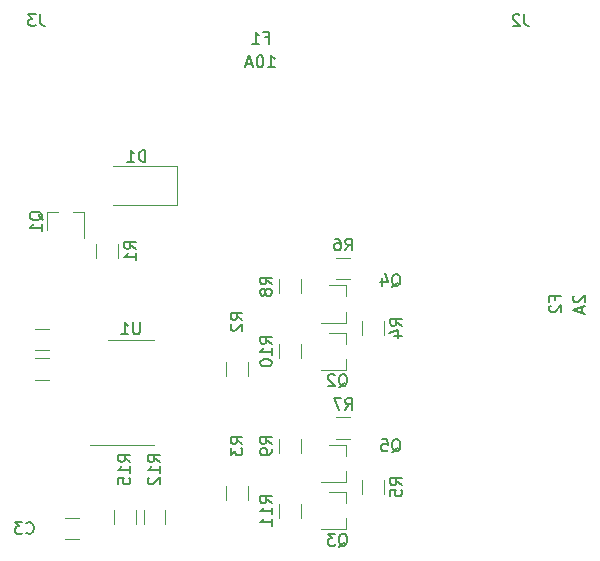
<source format=gbr>
%TF.GenerationSoftware,KiCad,Pcbnew,(5.1.6)-1*%
%TF.CreationDate,2020-09-02T13:58:16+09:00*%
%TF.ProjectId,attiny1614_accsupervisor,61747469-6e79-4313-9631-345f61636373,r01*%
%TF.SameCoordinates,Original*%
%TF.FileFunction,Legend,Bot*%
%TF.FilePolarity,Positive*%
%FSLAX46Y46*%
G04 Gerber Fmt 4.6, Leading zero omitted, Abs format (unit mm)*
G04 Created by KiCad (PCBNEW (5.1.6)-1) date 2020-09-02 13:58:16*
%MOMM*%
%LPD*%
G01*
G04 APERTURE LIST*
%ADD10C,0.120000*%
%ADD11C,0.150000*%
G04 APERTURE END LIST*
D10*
%TO.C,C3*%
X200602064Y-93910000D02*
X199397936Y-93910000D01*
X200602064Y-92090000D02*
X199397936Y-92090000D01*
%TO.C,D1*%
X208900000Y-62350000D02*
X203500000Y-62350000D01*
X208900000Y-65650000D02*
X203500000Y-65650000D01*
X208900000Y-62350000D02*
X208900000Y-65650000D01*
%TO.C,Q1*%
X197920000Y-66240000D02*
X197920000Y-67700000D01*
X201080000Y-66240000D02*
X201080000Y-68400000D01*
X201080000Y-66240000D02*
X200150000Y-66240000D01*
X197920000Y-66240000D02*
X198850000Y-66240000D01*
%TO.C,Q2*%
X223260000Y-76420000D02*
X223260000Y-77350000D01*
X223260000Y-79580000D02*
X223260000Y-78650000D01*
X223260000Y-79580000D02*
X221100000Y-79580000D01*
X223260000Y-76420000D02*
X221800000Y-76420000D01*
%TO.C,Q3*%
X223260000Y-89920000D02*
X221800000Y-89920000D01*
X223260000Y-93080000D02*
X221100000Y-93080000D01*
X223260000Y-93080000D02*
X223260000Y-92150000D01*
X223260000Y-89920000D02*
X223260000Y-90850000D01*
%TO.C,Q4*%
X223260000Y-72420000D02*
X221800000Y-72420000D01*
X223260000Y-75580000D02*
X221100000Y-75580000D01*
X223260000Y-75580000D02*
X223260000Y-74650000D01*
X223260000Y-72420000D02*
X223260000Y-73350000D01*
%TO.C,Q5*%
X223260000Y-85920000D02*
X223260000Y-86850000D01*
X223260000Y-89080000D02*
X223260000Y-88150000D01*
X223260000Y-89080000D02*
X221100000Y-89080000D01*
X223260000Y-85920000D02*
X221800000Y-85920000D01*
%TO.C,R1*%
X203910000Y-68897936D02*
X203910000Y-70102064D01*
X202090000Y-68897936D02*
X202090000Y-70102064D01*
%TO.C,R2*%
X213090000Y-78897936D02*
X213090000Y-80102064D01*
X214910000Y-78897936D02*
X214910000Y-80102064D01*
%TO.C,R3*%
X213090000Y-90602064D02*
X213090000Y-89397936D01*
X214910000Y-90602064D02*
X214910000Y-89397936D01*
%TO.C,R4*%
X224590000Y-76602064D02*
X224590000Y-75397936D01*
X226410000Y-76602064D02*
X226410000Y-75397936D01*
%TO.C,R5*%
X226410000Y-90102064D02*
X226410000Y-88897936D01*
X224590000Y-90102064D02*
X224590000Y-88897936D01*
%TO.C,R6*%
X222397936Y-70090000D02*
X223602064Y-70090000D01*
X222397936Y-71910000D02*
X223602064Y-71910000D01*
%TO.C,R7*%
X222397936Y-85410000D02*
X223602064Y-85410000D01*
X222397936Y-83590000D02*
X223602064Y-83590000D01*
%TO.C,R8*%
X217590000Y-73102064D02*
X217590000Y-71897936D01*
X219410000Y-73102064D02*
X219410000Y-71897936D01*
%TO.C,R9*%
X219410000Y-86602064D02*
X219410000Y-85397936D01*
X217590000Y-86602064D02*
X217590000Y-85397936D01*
%TO.C,R10*%
X219410000Y-78602064D02*
X219410000Y-77397936D01*
X217590000Y-78602064D02*
X217590000Y-77397936D01*
%TO.C,R11*%
X217590000Y-92102064D02*
X217590000Y-90897936D01*
X219410000Y-92102064D02*
X219410000Y-90897936D01*
%TO.C,R12*%
X206090000Y-92602064D02*
X206090000Y-91397936D01*
X207910000Y-92602064D02*
X207910000Y-91397936D01*
%TO.C,R13*%
X196897936Y-77910000D02*
X198102064Y-77910000D01*
X196897936Y-76090000D02*
X198102064Y-76090000D01*
%TO.C,R14*%
X196897936Y-78590000D02*
X198102064Y-78590000D01*
X196897936Y-80410000D02*
X198102064Y-80410000D01*
%TO.C,R15*%
X205410000Y-92602064D02*
X205410000Y-91397936D01*
X203590000Y-92602064D02*
X203590000Y-91397936D01*
%TO.C,U1*%
X205000000Y-85935000D02*
X201550000Y-85935000D01*
X205000000Y-85935000D02*
X206950000Y-85935000D01*
X205000000Y-77065000D02*
X203050000Y-77065000D01*
X205000000Y-77065000D02*
X206950000Y-77065000D01*
%TO.C,C3*%
D11*
X196166666Y-93357142D02*
X196214285Y-93404761D01*
X196357142Y-93452380D01*
X196452380Y-93452380D01*
X196595238Y-93404761D01*
X196690476Y-93309523D01*
X196738095Y-93214285D01*
X196785714Y-93023809D01*
X196785714Y-92880952D01*
X196738095Y-92690476D01*
X196690476Y-92595238D01*
X196595238Y-92500000D01*
X196452380Y-92452380D01*
X196357142Y-92452380D01*
X196214285Y-92500000D01*
X196166666Y-92547619D01*
X195833333Y-92452380D02*
X195214285Y-92452380D01*
X195547619Y-92833333D01*
X195404761Y-92833333D01*
X195309523Y-92880952D01*
X195261904Y-92928571D01*
X195214285Y-93023809D01*
X195214285Y-93261904D01*
X195261904Y-93357142D01*
X195309523Y-93404761D01*
X195404761Y-93452380D01*
X195690476Y-93452380D01*
X195785714Y-93404761D01*
X195833333Y-93357142D01*
%TO.C,D1*%
X206238095Y-61952380D02*
X206238095Y-60952380D01*
X206000000Y-60952380D01*
X205857142Y-61000000D01*
X205761904Y-61095238D01*
X205714285Y-61190476D01*
X205666666Y-61380952D01*
X205666666Y-61523809D01*
X205714285Y-61714285D01*
X205761904Y-61809523D01*
X205857142Y-61904761D01*
X206000000Y-61952380D01*
X206238095Y-61952380D01*
X204714285Y-61952380D02*
X205285714Y-61952380D01*
X205000000Y-61952380D02*
X205000000Y-60952380D01*
X205095238Y-61095238D01*
X205190476Y-61190476D01*
X205285714Y-61238095D01*
%TO.C,F1*%
X216333333Y-51428571D02*
X216666666Y-51428571D01*
X216666666Y-51952380D02*
X216666666Y-50952380D01*
X216190476Y-50952380D01*
X215285714Y-51952380D02*
X215857142Y-51952380D01*
X215571428Y-51952380D02*
X215571428Y-50952380D01*
X215666666Y-51095238D01*
X215761904Y-51190476D01*
X215857142Y-51238095D01*
X216619047Y-53952380D02*
X217190476Y-53952380D01*
X216904761Y-53952380D02*
X216904761Y-52952380D01*
X217000000Y-53095238D01*
X217095238Y-53190476D01*
X217190476Y-53238095D01*
X216000000Y-52952380D02*
X215904761Y-52952380D01*
X215809523Y-53000000D01*
X215761904Y-53047619D01*
X215714285Y-53142857D01*
X215666666Y-53333333D01*
X215666666Y-53571428D01*
X215714285Y-53761904D01*
X215761904Y-53857142D01*
X215809523Y-53904761D01*
X215904761Y-53952380D01*
X216000000Y-53952380D01*
X216095238Y-53904761D01*
X216142857Y-53857142D01*
X216190476Y-53761904D01*
X216238095Y-53571428D01*
X216238095Y-53333333D01*
X216190476Y-53142857D01*
X216142857Y-53047619D01*
X216095238Y-53000000D01*
X216000000Y-52952380D01*
X215285714Y-53666666D02*
X214809523Y-53666666D01*
X215380952Y-53952380D02*
X215047619Y-52952380D01*
X214714285Y-53952380D01*
%TO.C,F2*%
X240928571Y-73666666D02*
X240928571Y-73333333D01*
X241452380Y-73333333D02*
X240452380Y-73333333D01*
X240452380Y-73809523D01*
X240547619Y-74142857D02*
X240500000Y-74190476D01*
X240452380Y-74285714D01*
X240452380Y-74523809D01*
X240500000Y-74619047D01*
X240547619Y-74666666D01*
X240642857Y-74714285D01*
X240738095Y-74714285D01*
X240880952Y-74666666D01*
X241452380Y-74095238D01*
X241452380Y-74714285D01*
X242547619Y-73285714D02*
X242500000Y-73333333D01*
X242452380Y-73428571D01*
X242452380Y-73666666D01*
X242500000Y-73761904D01*
X242547619Y-73809523D01*
X242642857Y-73857142D01*
X242738095Y-73857142D01*
X242880952Y-73809523D01*
X243452380Y-73238095D01*
X243452380Y-73857142D01*
X243166666Y-74238095D02*
X243166666Y-74714285D01*
X243452380Y-74142857D02*
X242452380Y-74476190D01*
X243452380Y-74809523D01*
%TO.C,J2*%
X238333333Y-49452380D02*
X238333333Y-50166666D01*
X238380952Y-50309523D01*
X238476190Y-50404761D01*
X238619047Y-50452380D01*
X238714285Y-50452380D01*
X237904761Y-49547619D02*
X237857142Y-49500000D01*
X237761904Y-49452380D01*
X237523809Y-49452380D01*
X237428571Y-49500000D01*
X237380952Y-49547619D01*
X237333333Y-49642857D01*
X237333333Y-49738095D01*
X237380952Y-49880952D01*
X237952380Y-50452380D01*
X237333333Y-50452380D01*
%TO.C,J3*%
X197333333Y-49452380D02*
X197333333Y-50166666D01*
X197380952Y-50309523D01*
X197476190Y-50404761D01*
X197619047Y-50452380D01*
X197714285Y-50452380D01*
X196952380Y-49452380D02*
X196333333Y-49452380D01*
X196666666Y-49833333D01*
X196523809Y-49833333D01*
X196428571Y-49880952D01*
X196380952Y-49928571D01*
X196333333Y-50023809D01*
X196333333Y-50261904D01*
X196380952Y-50357142D01*
X196428571Y-50404761D01*
X196523809Y-50452380D01*
X196809523Y-50452380D01*
X196904761Y-50404761D01*
X196952380Y-50357142D01*
%TO.C,Q1*%
X197547619Y-66904761D02*
X197500000Y-66809523D01*
X197404761Y-66714285D01*
X197261904Y-66571428D01*
X197214285Y-66476190D01*
X197214285Y-66380952D01*
X197452380Y-66428571D02*
X197404761Y-66333333D01*
X197309523Y-66238095D01*
X197119047Y-66190476D01*
X196785714Y-66190476D01*
X196595238Y-66238095D01*
X196500000Y-66333333D01*
X196452380Y-66428571D01*
X196452380Y-66619047D01*
X196500000Y-66714285D01*
X196595238Y-66809523D01*
X196785714Y-66857142D01*
X197119047Y-66857142D01*
X197309523Y-66809523D01*
X197404761Y-66714285D01*
X197452380Y-66619047D01*
X197452380Y-66428571D01*
X197452380Y-67809523D02*
X197452380Y-67238095D01*
X197452380Y-67523809D02*
X196452380Y-67523809D01*
X196595238Y-67428571D01*
X196690476Y-67333333D01*
X196738095Y-67238095D01*
%TO.C,Q2*%
X222595238Y-81047619D02*
X222690476Y-81000000D01*
X222785714Y-80904761D01*
X222928571Y-80761904D01*
X223023809Y-80714285D01*
X223119047Y-80714285D01*
X223071428Y-80952380D02*
X223166666Y-80904761D01*
X223261904Y-80809523D01*
X223309523Y-80619047D01*
X223309523Y-80285714D01*
X223261904Y-80095238D01*
X223166666Y-80000000D01*
X223071428Y-79952380D01*
X222880952Y-79952380D01*
X222785714Y-80000000D01*
X222690476Y-80095238D01*
X222642857Y-80285714D01*
X222642857Y-80619047D01*
X222690476Y-80809523D01*
X222785714Y-80904761D01*
X222880952Y-80952380D01*
X223071428Y-80952380D01*
X222261904Y-80047619D02*
X222214285Y-80000000D01*
X222119047Y-79952380D01*
X221880952Y-79952380D01*
X221785714Y-80000000D01*
X221738095Y-80047619D01*
X221690476Y-80142857D01*
X221690476Y-80238095D01*
X221738095Y-80380952D01*
X222309523Y-80952380D01*
X221690476Y-80952380D01*
%TO.C,Q3*%
X222595238Y-94547619D02*
X222690476Y-94500000D01*
X222785714Y-94404761D01*
X222928571Y-94261904D01*
X223023809Y-94214285D01*
X223119047Y-94214285D01*
X223071428Y-94452380D02*
X223166666Y-94404761D01*
X223261904Y-94309523D01*
X223309523Y-94119047D01*
X223309523Y-93785714D01*
X223261904Y-93595238D01*
X223166666Y-93500000D01*
X223071428Y-93452380D01*
X222880952Y-93452380D01*
X222785714Y-93500000D01*
X222690476Y-93595238D01*
X222642857Y-93785714D01*
X222642857Y-94119047D01*
X222690476Y-94309523D01*
X222785714Y-94404761D01*
X222880952Y-94452380D01*
X223071428Y-94452380D01*
X222309523Y-93452380D02*
X221690476Y-93452380D01*
X222023809Y-93833333D01*
X221880952Y-93833333D01*
X221785714Y-93880952D01*
X221738095Y-93928571D01*
X221690476Y-94023809D01*
X221690476Y-94261904D01*
X221738095Y-94357142D01*
X221785714Y-94404761D01*
X221880952Y-94452380D01*
X222166666Y-94452380D01*
X222261904Y-94404761D01*
X222309523Y-94357142D01*
%TO.C,Q4*%
X227095238Y-72547619D02*
X227190476Y-72500000D01*
X227285714Y-72404761D01*
X227428571Y-72261904D01*
X227523809Y-72214285D01*
X227619047Y-72214285D01*
X227571428Y-72452380D02*
X227666666Y-72404761D01*
X227761904Y-72309523D01*
X227809523Y-72119047D01*
X227809523Y-71785714D01*
X227761904Y-71595238D01*
X227666666Y-71500000D01*
X227571428Y-71452380D01*
X227380952Y-71452380D01*
X227285714Y-71500000D01*
X227190476Y-71595238D01*
X227142857Y-71785714D01*
X227142857Y-72119047D01*
X227190476Y-72309523D01*
X227285714Y-72404761D01*
X227380952Y-72452380D01*
X227571428Y-72452380D01*
X226285714Y-71785714D02*
X226285714Y-72452380D01*
X226523809Y-71404761D02*
X226761904Y-72119047D01*
X226142857Y-72119047D01*
%TO.C,Q5*%
X227095238Y-86547619D02*
X227190476Y-86500000D01*
X227285714Y-86404761D01*
X227428571Y-86261904D01*
X227523809Y-86214285D01*
X227619047Y-86214285D01*
X227571428Y-86452380D02*
X227666666Y-86404761D01*
X227761904Y-86309523D01*
X227809523Y-86119047D01*
X227809523Y-85785714D01*
X227761904Y-85595238D01*
X227666666Y-85500000D01*
X227571428Y-85452380D01*
X227380952Y-85452380D01*
X227285714Y-85500000D01*
X227190476Y-85595238D01*
X227142857Y-85785714D01*
X227142857Y-86119047D01*
X227190476Y-86309523D01*
X227285714Y-86404761D01*
X227380952Y-86452380D01*
X227571428Y-86452380D01*
X226238095Y-85452380D02*
X226714285Y-85452380D01*
X226761904Y-85928571D01*
X226714285Y-85880952D01*
X226619047Y-85833333D01*
X226380952Y-85833333D01*
X226285714Y-85880952D01*
X226238095Y-85928571D01*
X226190476Y-86023809D01*
X226190476Y-86261904D01*
X226238095Y-86357142D01*
X226285714Y-86404761D01*
X226380952Y-86452380D01*
X226619047Y-86452380D01*
X226714285Y-86404761D01*
X226761904Y-86357142D01*
%TO.C,R1*%
X205452380Y-69333333D02*
X204976190Y-69000000D01*
X205452380Y-68761904D02*
X204452380Y-68761904D01*
X204452380Y-69142857D01*
X204500000Y-69238095D01*
X204547619Y-69285714D01*
X204642857Y-69333333D01*
X204785714Y-69333333D01*
X204880952Y-69285714D01*
X204928571Y-69238095D01*
X204976190Y-69142857D01*
X204976190Y-68761904D01*
X205452380Y-70285714D02*
X205452380Y-69714285D01*
X205452380Y-70000000D02*
X204452380Y-70000000D01*
X204595238Y-69904761D01*
X204690476Y-69809523D01*
X204738095Y-69714285D01*
%TO.C,R2*%
X214452380Y-75333333D02*
X213976190Y-75000000D01*
X214452380Y-74761904D02*
X213452380Y-74761904D01*
X213452380Y-75142857D01*
X213500000Y-75238095D01*
X213547619Y-75285714D01*
X213642857Y-75333333D01*
X213785714Y-75333333D01*
X213880952Y-75285714D01*
X213928571Y-75238095D01*
X213976190Y-75142857D01*
X213976190Y-74761904D01*
X213547619Y-75714285D02*
X213500000Y-75761904D01*
X213452380Y-75857142D01*
X213452380Y-76095238D01*
X213500000Y-76190476D01*
X213547619Y-76238095D01*
X213642857Y-76285714D01*
X213738095Y-76285714D01*
X213880952Y-76238095D01*
X214452380Y-75666666D01*
X214452380Y-76285714D01*
%TO.C,R3*%
X214452380Y-85833333D02*
X213976190Y-85500000D01*
X214452380Y-85261904D02*
X213452380Y-85261904D01*
X213452380Y-85642857D01*
X213500000Y-85738095D01*
X213547619Y-85785714D01*
X213642857Y-85833333D01*
X213785714Y-85833333D01*
X213880952Y-85785714D01*
X213928571Y-85738095D01*
X213976190Y-85642857D01*
X213976190Y-85261904D01*
X213452380Y-86166666D02*
X213452380Y-86785714D01*
X213833333Y-86452380D01*
X213833333Y-86595238D01*
X213880952Y-86690476D01*
X213928571Y-86738095D01*
X214023809Y-86785714D01*
X214261904Y-86785714D01*
X214357142Y-86738095D01*
X214404761Y-86690476D01*
X214452380Y-86595238D01*
X214452380Y-86309523D01*
X214404761Y-86214285D01*
X214357142Y-86166666D01*
%TO.C,R4*%
X227952380Y-75833333D02*
X227476190Y-75500000D01*
X227952380Y-75261904D02*
X226952380Y-75261904D01*
X226952380Y-75642857D01*
X227000000Y-75738095D01*
X227047619Y-75785714D01*
X227142857Y-75833333D01*
X227285714Y-75833333D01*
X227380952Y-75785714D01*
X227428571Y-75738095D01*
X227476190Y-75642857D01*
X227476190Y-75261904D01*
X227285714Y-76690476D02*
X227952380Y-76690476D01*
X226904761Y-76452380D02*
X227619047Y-76214285D01*
X227619047Y-76833333D01*
%TO.C,R5*%
X227952380Y-89333333D02*
X227476190Y-89000000D01*
X227952380Y-88761904D02*
X226952380Y-88761904D01*
X226952380Y-89142857D01*
X227000000Y-89238095D01*
X227047619Y-89285714D01*
X227142857Y-89333333D01*
X227285714Y-89333333D01*
X227380952Y-89285714D01*
X227428571Y-89238095D01*
X227476190Y-89142857D01*
X227476190Y-88761904D01*
X226952380Y-90238095D02*
X226952380Y-89761904D01*
X227428571Y-89714285D01*
X227380952Y-89761904D01*
X227333333Y-89857142D01*
X227333333Y-90095238D01*
X227380952Y-90190476D01*
X227428571Y-90238095D01*
X227523809Y-90285714D01*
X227761904Y-90285714D01*
X227857142Y-90238095D01*
X227904761Y-90190476D01*
X227952380Y-90095238D01*
X227952380Y-89857142D01*
X227904761Y-89761904D01*
X227857142Y-89714285D01*
%TO.C,R6*%
X223166666Y-69452380D02*
X223500000Y-68976190D01*
X223738095Y-69452380D02*
X223738095Y-68452380D01*
X223357142Y-68452380D01*
X223261904Y-68500000D01*
X223214285Y-68547619D01*
X223166666Y-68642857D01*
X223166666Y-68785714D01*
X223214285Y-68880952D01*
X223261904Y-68928571D01*
X223357142Y-68976190D01*
X223738095Y-68976190D01*
X222309523Y-68452380D02*
X222500000Y-68452380D01*
X222595238Y-68500000D01*
X222642857Y-68547619D01*
X222738095Y-68690476D01*
X222785714Y-68880952D01*
X222785714Y-69261904D01*
X222738095Y-69357142D01*
X222690476Y-69404761D01*
X222595238Y-69452380D01*
X222404761Y-69452380D01*
X222309523Y-69404761D01*
X222261904Y-69357142D01*
X222214285Y-69261904D01*
X222214285Y-69023809D01*
X222261904Y-68928571D01*
X222309523Y-68880952D01*
X222404761Y-68833333D01*
X222595238Y-68833333D01*
X222690476Y-68880952D01*
X222738095Y-68928571D01*
X222785714Y-69023809D01*
%TO.C,R7*%
X223166666Y-82952380D02*
X223500000Y-82476190D01*
X223738095Y-82952380D02*
X223738095Y-81952380D01*
X223357142Y-81952380D01*
X223261904Y-82000000D01*
X223214285Y-82047619D01*
X223166666Y-82142857D01*
X223166666Y-82285714D01*
X223214285Y-82380952D01*
X223261904Y-82428571D01*
X223357142Y-82476190D01*
X223738095Y-82476190D01*
X222833333Y-81952380D02*
X222166666Y-81952380D01*
X222595238Y-82952380D01*
%TO.C,R8*%
X216952380Y-72333333D02*
X216476190Y-72000000D01*
X216952380Y-71761904D02*
X215952380Y-71761904D01*
X215952380Y-72142857D01*
X216000000Y-72238095D01*
X216047619Y-72285714D01*
X216142857Y-72333333D01*
X216285714Y-72333333D01*
X216380952Y-72285714D01*
X216428571Y-72238095D01*
X216476190Y-72142857D01*
X216476190Y-71761904D01*
X216380952Y-72904761D02*
X216333333Y-72809523D01*
X216285714Y-72761904D01*
X216190476Y-72714285D01*
X216142857Y-72714285D01*
X216047619Y-72761904D01*
X216000000Y-72809523D01*
X215952380Y-72904761D01*
X215952380Y-73095238D01*
X216000000Y-73190476D01*
X216047619Y-73238095D01*
X216142857Y-73285714D01*
X216190476Y-73285714D01*
X216285714Y-73238095D01*
X216333333Y-73190476D01*
X216380952Y-73095238D01*
X216380952Y-72904761D01*
X216428571Y-72809523D01*
X216476190Y-72761904D01*
X216571428Y-72714285D01*
X216761904Y-72714285D01*
X216857142Y-72761904D01*
X216904761Y-72809523D01*
X216952380Y-72904761D01*
X216952380Y-73095238D01*
X216904761Y-73190476D01*
X216857142Y-73238095D01*
X216761904Y-73285714D01*
X216571428Y-73285714D01*
X216476190Y-73238095D01*
X216428571Y-73190476D01*
X216380952Y-73095238D01*
%TO.C,R9*%
X216952380Y-85833333D02*
X216476190Y-85500000D01*
X216952380Y-85261904D02*
X215952380Y-85261904D01*
X215952380Y-85642857D01*
X216000000Y-85738095D01*
X216047619Y-85785714D01*
X216142857Y-85833333D01*
X216285714Y-85833333D01*
X216380952Y-85785714D01*
X216428571Y-85738095D01*
X216476190Y-85642857D01*
X216476190Y-85261904D01*
X216952380Y-86309523D02*
X216952380Y-86500000D01*
X216904761Y-86595238D01*
X216857142Y-86642857D01*
X216714285Y-86738095D01*
X216523809Y-86785714D01*
X216142857Y-86785714D01*
X216047619Y-86738095D01*
X216000000Y-86690476D01*
X215952380Y-86595238D01*
X215952380Y-86404761D01*
X216000000Y-86309523D01*
X216047619Y-86261904D01*
X216142857Y-86214285D01*
X216380952Y-86214285D01*
X216476190Y-86261904D01*
X216523809Y-86309523D01*
X216571428Y-86404761D01*
X216571428Y-86595238D01*
X216523809Y-86690476D01*
X216476190Y-86738095D01*
X216380952Y-86785714D01*
%TO.C,R10*%
X216952380Y-77357142D02*
X216476190Y-77023809D01*
X216952380Y-76785714D02*
X215952380Y-76785714D01*
X215952380Y-77166666D01*
X216000000Y-77261904D01*
X216047619Y-77309523D01*
X216142857Y-77357142D01*
X216285714Y-77357142D01*
X216380952Y-77309523D01*
X216428571Y-77261904D01*
X216476190Y-77166666D01*
X216476190Y-76785714D01*
X216952380Y-78309523D02*
X216952380Y-77738095D01*
X216952380Y-78023809D02*
X215952380Y-78023809D01*
X216095238Y-77928571D01*
X216190476Y-77833333D01*
X216238095Y-77738095D01*
X215952380Y-78928571D02*
X215952380Y-79023809D01*
X216000000Y-79119047D01*
X216047619Y-79166666D01*
X216142857Y-79214285D01*
X216333333Y-79261904D01*
X216571428Y-79261904D01*
X216761904Y-79214285D01*
X216857142Y-79166666D01*
X216904761Y-79119047D01*
X216952380Y-79023809D01*
X216952380Y-78928571D01*
X216904761Y-78833333D01*
X216857142Y-78785714D01*
X216761904Y-78738095D01*
X216571428Y-78690476D01*
X216333333Y-78690476D01*
X216142857Y-78738095D01*
X216047619Y-78785714D01*
X216000000Y-78833333D01*
X215952380Y-78928571D01*
%TO.C,R11*%
X216952380Y-90857142D02*
X216476190Y-90523809D01*
X216952380Y-90285714D02*
X215952380Y-90285714D01*
X215952380Y-90666666D01*
X216000000Y-90761904D01*
X216047619Y-90809523D01*
X216142857Y-90857142D01*
X216285714Y-90857142D01*
X216380952Y-90809523D01*
X216428571Y-90761904D01*
X216476190Y-90666666D01*
X216476190Y-90285714D01*
X216952380Y-91809523D02*
X216952380Y-91238095D01*
X216952380Y-91523809D02*
X215952380Y-91523809D01*
X216095238Y-91428571D01*
X216190476Y-91333333D01*
X216238095Y-91238095D01*
X216952380Y-92761904D02*
X216952380Y-92190476D01*
X216952380Y-92476190D02*
X215952380Y-92476190D01*
X216095238Y-92380952D01*
X216190476Y-92285714D01*
X216238095Y-92190476D01*
%TO.C,R12*%
X207452380Y-87357142D02*
X206976190Y-87023809D01*
X207452380Y-86785714D02*
X206452380Y-86785714D01*
X206452380Y-87166666D01*
X206500000Y-87261904D01*
X206547619Y-87309523D01*
X206642857Y-87357142D01*
X206785714Y-87357142D01*
X206880952Y-87309523D01*
X206928571Y-87261904D01*
X206976190Y-87166666D01*
X206976190Y-86785714D01*
X207452380Y-88309523D02*
X207452380Y-87738095D01*
X207452380Y-88023809D02*
X206452380Y-88023809D01*
X206595238Y-87928571D01*
X206690476Y-87833333D01*
X206738095Y-87738095D01*
X206547619Y-88690476D02*
X206500000Y-88738095D01*
X206452380Y-88833333D01*
X206452380Y-89071428D01*
X206500000Y-89166666D01*
X206547619Y-89214285D01*
X206642857Y-89261904D01*
X206738095Y-89261904D01*
X206880952Y-89214285D01*
X207452380Y-88642857D01*
X207452380Y-89261904D01*
%TO.C,R15*%
X204952380Y-87357142D02*
X204476190Y-87023809D01*
X204952380Y-86785714D02*
X203952380Y-86785714D01*
X203952380Y-87166666D01*
X204000000Y-87261904D01*
X204047619Y-87309523D01*
X204142857Y-87357142D01*
X204285714Y-87357142D01*
X204380952Y-87309523D01*
X204428571Y-87261904D01*
X204476190Y-87166666D01*
X204476190Y-86785714D01*
X204952380Y-88309523D02*
X204952380Y-87738095D01*
X204952380Y-88023809D02*
X203952380Y-88023809D01*
X204095238Y-87928571D01*
X204190476Y-87833333D01*
X204238095Y-87738095D01*
X203952380Y-89214285D02*
X203952380Y-88738095D01*
X204428571Y-88690476D01*
X204380952Y-88738095D01*
X204333333Y-88833333D01*
X204333333Y-89071428D01*
X204380952Y-89166666D01*
X204428571Y-89214285D01*
X204523809Y-89261904D01*
X204761904Y-89261904D01*
X204857142Y-89214285D01*
X204904761Y-89166666D01*
X204952380Y-89071428D01*
X204952380Y-88833333D01*
X204904761Y-88738095D01*
X204857142Y-88690476D01*
%TO.C,U1*%
X205761904Y-75552380D02*
X205761904Y-76361904D01*
X205714285Y-76457142D01*
X205666666Y-76504761D01*
X205571428Y-76552380D01*
X205380952Y-76552380D01*
X205285714Y-76504761D01*
X205238095Y-76457142D01*
X205190476Y-76361904D01*
X205190476Y-75552380D01*
X204190476Y-76552380D02*
X204761904Y-76552380D01*
X204476190Y-76552380D02*
X204476190Y-75552380D01*
X204571428Y-75695238D01*
X204666666Y-75790476D01*
X204761904Y-75838095D01*
%TD*%
M02*

</source>
